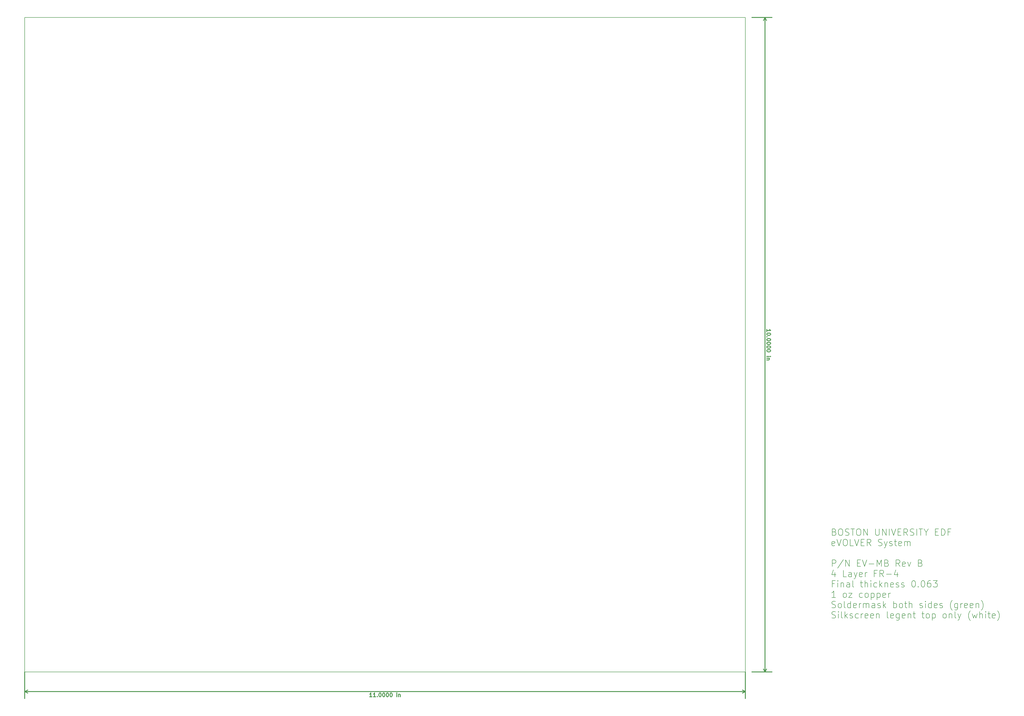
<source format=gbr>
G04 #@! TF.FileFunction,Drawing*
%FSLAX46Y46*%
G04 Gerber Fmt 4.6, Leading zero omitted, Abs format (unit mm)*
G04 Created by KiCad (PCBNEW 4.0.3+e1-6302~38~ubuntu14.04.1-stable) date Fri Aug 19 15:31:16 2016*
%MOMM*%
%LPD*%
G01*
G04 APERTURE LIST*
%ADD10C,0.100000*%
%ADD11C,0.300000*%
%ADD12C,0.203200*%
%ADD13C,0.150000*%
G04 APERTURE END LIST*
D10*
D11*
X159992858Y-280158570D02*
X159135715Y-280158570D01*
X159564287Y-280158570D02*
X159564287Y-278658570D01*
X159421430Y-278872856D01*
X159278572Y-279015713D01*
X159135715Y-279087142D01*
X161421429Y-280158570D02*
X160564286Y-280158570D01*
X160992858Y-280158570D02*
X160992858Y-278658570D01*
X160850001Y-278872856D01*
X160707143Y-279015713D01*
X160564286Y-279087142D01*
X162064286Y-280015713D02*
X162135714Y-280087142D01*
X162064286Y-280158570D01*
X161992857Y-280087142D01*
X162064286Y-280015713D01*
X162064286Y-280158570D01*
X163064286Y-278658570D02*
X163207143Y-278658570D01*
X163350000Y-278729999D01*
X163421429Y-278801428D01*
X163492858Y-278944285D01*
X163564286Y-279229999D01*
X163564286Y-279587142D01*
X163492858Y-279872856D01*
X163421429Y-280015713D01*
X163350000Y-280087142D01*
X163207143Y-280158570D01*
X163064286Y-280158570D01*
X162921429Y-280087142D01*
X162850000Y-280015713D01*
X162778572Y-279872856D01*
X162707143Y-279587142D01*
X162707143Y-279229999D01*
X162778572Y-278944285D01*
X162850000Y-278801428D01*
X162921429Y-278729999D01*
X163064286Y-278658570D01*
X164492857Y-278658570D02*
X164635714Y-278658570D01*
X164778571Y-278729999D01*
X164850000Y-278801428D01*
X164921429Y-278944285D01*
X164992857Y-279229999D01*
X164992857Y-279587142D01*
X164921429Y-279872856D01*
X164850000Y-280015713D01*
X164778571Y-280087142D01*
X164635714Y-280158570D01*
X164492857Y-280158570D01*
X164350000Y-280087142D01*
X164278571Y-280015713D01*
X164207143Y-279872856D01*
X164135714Y-279587142D01*
X164135714Y-279229999D01*
X164207143Y-278944285D01*
X164278571Y-278801428D01*
X164350000Y-278729999D01*
X164492857Y-278658570D01*
X165921428Y-278658570D02*
X166064285Y-278658570D01*
X166207142Y-278729999D01*
X166278571Y-278801428D01*
X166350000Y-278944285D01*
X166421428Y-279229999D01*
X166421428Y-279587142D01*
X166350000Y-279872856D01*
X166278571Y-280015713D01*
X166207142Y-280087142D01*
X166064285Y-280158570D01*
X165921428Y-280158570D01*
X165778571Y-280087142D01*
X165707142Y-280015713D01*
X165635714Y-279872856D01*
X165564285Y-279587142D01*
X165564285Y-279229999D01*
X165635714Y-278944285D01*
X165707142Y-278801428D01*
X165778571Y-278729999D01*
X165921428Y-278658570D01*
X167349999Y-278658570D02*
X167492856Y-278658570D01*
X167635713Y-278729999D01*
X167707142Y-278801428D01*
X167778571Y-278944285D01*
X167849999Y-279229999D01*
X167849999Y-279587142D01*
X167778571Y-279872856D01*
X167707142Y-280015713D01*
X167635713Y-280087142D01*
X167492856Y-280158570D01*
X167349999Y-280158570D01*
X167207142Y-280087142D01*
X167135713Y-280015713D01*
X167064285Y-279872856D01*
X166992856Y-279587142D01*
X166992856Y-279229999D01*
X167064285Y-278944285D01*
X167135713Y-278801428D01*
X167207142Y-278729999D01*
X167349999Y-278658570D01*
X169635713Y-280158570D02*
X169635713Y-279158570D01*
X169635713Y-278658570D02*
X169564284Y-278729999D01*
X169635713Y-278801428D01*
X169707141Y-278729999D01*
X169635713Y-278658570D01*
X169635713Y-278801428D01*
X170349999Y-279158570D02*
X170349999Y-280158570D01*
X170349999Y-279301428D02*
X170421427Y-279229999D01*
X170564285Y-279158570D01*
X170778570Y-279158570D01*
X170921427Y-279229999D01*
X170992856Y-279372856D01*
X170992856Y-280158570D01*
X25400000Y-278129999D02*
X304800000Y-278129999D01*
X25400000Y-270510000D02*
X25400000Y-280829999D01*
X304800000Y-270510000D02*
X304800000Y-280829999D01*
X304800000Y-278129999D02*
X303673496Y-278716420D01*
X304800000Y-278129999D02*
X303673496Y-277543578D01*
X25400000Y-278129999D02*
X26526504Y-278716420D01*
X25400000Y-278129999D02*
X26526504Y-277543578D01*
X313091429Y-138402858D02*
X313091429Y-137545715D01*
X313091429Y-137974287D02*
X314591429Y-137974287D01*
X314377143Y-137831430D01*
X314234286Y-137688572D01*
X314162857Y-137545715D01*
X314591429Y-139331429D02*
X314591429Y-139474286D01*
X314520000Y-139617143D01*
X314448571Y-139688572D01*
X314305714Y-139760001D01*
X314020000Y-139831429D01*
X313662857Y-139831429D01*
X313377143Y-139760001D01*
X313234286Y-139688572D01*
X313162857Y-139617143D01*
X313091429Y-139474286D01*
X313091429Y-139331429D01*
X313162857Y-139188572D01*
X313234286Y-139117143D01*
X313377143Y-139045715D01*
X313662857Y-138974286D01*
X314020000Y-138974286D01*
X314305714Y-139045715D01*
X314448571Y-139117143D01*
X314520000Y-139188572D01*
X314591429Y-139331429D01*
X313234286Y-140474286D02*
X313162857Y-140545714D01*
X313091429Y-140474286D01*
X313162857Y-140402857D01*
X313234286Y-140474286D01*
X313091429Y-140474286D01*
X314591429Y-141474286D02*
X314591429Y-141617143D01*
X314520000Y-141760000D01*
X314448571Y-141831429D01*
X314305714Y-141902858D01*
X314020000Y-141974286D01*
X313662857Y-141974286D01*
X313377143Y-141902858D01*
X313234286Y-141831429D01*
X313162857Y-141760000D01*
X313091429Y-141617143D01*
X313091429Y-141474286D01*
X313162857Y-141331429D01*
X313234286Y-141260000D01*
X313377143Y-141188572D01*
X313662857Y-141117143D01*
X314020000Y-141117143D01*
X314305714Y-141188572D01*
X314448571Y-141260000D01*
X314520000Y-141331429D01*
X314591429Y-141474286D01*
X314591429Y-142902857D02*
X314591429Y-143045714D01*
X314520000Y-143188571D01*
X314448571Y-143260000D01*
X314305714Y-143331429D01*
X314020000Y-143402857D01*
X313662857Y-143402857D01*
X313377143Y-143331429D01*
X313234286Y-143260000D01*
X313162857Y-143188571D01*
X313091429Y-143045714D01*
X313091429Y-142902857D01*
X313162857Y-142760000D01*
X313234286Y-142688571D01*
X313377143Y-142617143D01*
X313662857Y-142545714D01*
X314020000Y-142545714D01*
X314305714Y-142617143D01*
X314448571Y-142688571D01*
X314520000Y-142760000D01*
X314591429Y-142902857D01*
X314591429Y-144331428D02*
X314591429Y-144474285D01*
X314520000Y-144617142D01*
X314448571Y-144688571D01*
X314305714Y-144760000D01*
X314020000Y-144831428D01*
X313662857Y-144831428D01*
X313377143Y-144760000D01*
X313234286Y-144688571D01*
X313162857Y-144617142D01*
X313091429Y-144474285D01*
X313091429Y-144331428D01*
X313162857Y-144188571D01*
X313234286Y-144117142D01*
X313377143Y-144045714D01*
X313662857Y-143974285D01*
X314020000Y-143974285D01*
X314305714Y-144045714D01*
X314448571Y-144117142D01*
X314520000Y-144188571D01*
X314591429Y-144331428D01*
X314591429Y-145759999D02*
X314591429Y-145902856D01*
X314520000Y-146045713D01*
X314448571Y-146117142D01*
X314305714Y-146188571D01*
X314020000Y-146259999D01*
X313662857Y-146259999D01*
X313377143Y-146188571D01*
X313234286Y-146117142D01*
X313162857Y-146045713D01*
X313091429Y-145902856D01*
X313091429Y-145759999D01*
X313162857Y-145617142D01*
X313234286Y-145545713D01*
X313377143Y-145474285D01*
X313662857Y-145402856D01*
X314020000Y-145402856D01*
X314305714Y-145474285D01*
X314448571Y-145545713D01*
X314520000Y-145617142D01*
X314591429Y-145759999D01*
X313091429Y-148045713D02*
X314091429Y-148045713D01*
X314591429Y-148045713D02*
X314520000Y-147974284D01*
X314448571Y-148045713D01*
X314520000Y-148117141D01*
X314591429Y-148045713D01*
X314448571Y-148045713D01*
X314091429Y-148759999D02*
X313091429Y-148759999D01*
X313948571Y-148759999D02*
X314020000Y-148831427D01*
X314091429Y-148974285D01*
X314091429Y-149188570D01*
X314020000Y-149331427D01*
X313877143Y-149402856D01*
X313091429Y-149402856D01*
X312420000Y-16510000D02*
X312420000Y-270510000D01*
X307340000Y-16510000D02*
X315120000Y-16510000D01*
X307340000Y-270510000D02*
X315120000Y-270510000D01*
X312420000Y-270510000D02*
X311833579Y-269383496D01*
X312420000Y-270510000D02*
X313006421Y-269383496D01*
X312420000Y-16510000D02*
X311833579Y-17636504D01*
X312420000Y-16510000D02*
X313006421Y-17636504D01*
D12*
X339271429Y-216175771D02*
X339634286Y-216296724D01*
X339755238Y-216417676D01*
X339876190Y-216659581D01*
X339876190Y-217022438D01*
X339755238Y-217264343D01*
X339634286Y-217385295D01*
X339392381Y-217506248D01*
X338424762Y-217506248D01*
X338424762Y-214966248D01*
X339271429Y-214966248D01*
X339513333Y-215087200D01*
X339634286Y-215208152D01*
X339755238Y-215450057D01*
X339755238Y-215691962D01*
X339634286Y-215933867D01*
X339513333Y-216054819D01*
X339271429Y-216175771D01*
X338424762Y-216175771D01*
X341448571Y-214966248D02*
X341932381Y-214966248D01*
X342174286Y-215087200D01*
X342416190Y-215329105D01*
X342537143Y-215812914D01*
X342537143Y-216659581D01*
X342416190Y-217143390D01*
X342174286Y-217385295D01*
X341932381Y-217506248D01*
X341448571Y-217506248D01*
X341206667Y-217385295D01*
X340964762Y-217143390D01*
X340843810Y-216659581D01*
X340843810Y-215812914D01*
X340964762Y-215329105D01*
X341206667Y-215087200D01*
X341448571Y-214966248D01*
X343504762Y-217385295D02*
X343867619Y-217506248D01*
X344472381Y-217506248D01*
X344714285Y-217385295D01*
X344835238Y-217264343D01*
X344956190Y-217022438D01*
X344956190Y-216780533D01*
X344835238Y-216538629D01*
X344714285Y-216417676D01*
X344472381Y-216296724D01*
X343988571Y-216175771D01*
X343746666Y-216054819D01*
X343625714Y-215933867D01*
X343504762Y-215691962D01*
X343504762Y-215450057D01*
X343625714Y-215208152D01*
X343746666Y-215087200D01*
X343988571Y-214966248D01*
X344593333Y-214966248D01*
X344956190Y-215087200D01*
X345681905Y-214966248D02*
X347133333Y-214966248D01*
X346407619Y-217506248D02*
X346407619Y-214966248D01*
X348463809Y-214966248D02*
X348947619Y-214966248D01*
X349189524Y-215087200D01*
X349431428Y-215329105D01*
X349552381Y-215812914D01*
X349552381Y-216659581D01*
X349431428Y-217143390D01*
X349189524Y-217385295D01*
X348947619Y-217506248D01*
X348463809Y-217506248D01*
X348221905Y-217385295D01*
X347980000Y-217143390D01*
X347859048Y-216659581D01*
X347859048Y-215812914D01*
X347980000Y-215329105D01*
X348221905Y-215087200D01*
X348463809Y-214966248D01*
X350640952Y-217506248D02*
X350640952Y-214966248D01*
X352092380Y-217506248D01*
X352092380Y-214966248D01*
X355237142Y-214966248D02*
X355237142Y-217022438D01*
X355358094Y-217264343D01*
X355479047Y-217385295D01*
X355720951Y-217506248D01*
X356204761Y-217506248D01*
X356446666Y-217385295D01*
X356567618Y-217264343D01*
X356688570Y-217022438D01*
X356688570Y-214966248D01*
X357898094Y-217506248D02*
X357898094Y-214966248D01*
X359349522Y-217506248D01*
X359349522Y-214966248D01*
X360559046Y-217506248D02*
X360559046Y-214966248D01*
X361405713Y-214966248D02*
X362252379Y-217506248D01*
X363099046Y-214966248D01*
X363945713Y-216175771D02*
X364792380Y-216175771D01*
X365155237Y-217506248D02*
X363945713Y-217506248D01*
X363945713Y-214966248D01*
X365155237Y-214966248D01*
X367695236Y-217506248D02*
X366848570Y-216296724D01*
X366243808Y-217506248D02*
X366243808Y-214966248D01*
X367211427Y-214966248D01*
X367453332Y-215087200D01*
X367574284Y-215208152D01*
X367695236Y-215450057D01*
X367695236Y-215812914D01*
X367574284Y-216054819D01*
X367453332Y-216175771D01*
X367211427Y-216296724D01*
X366243808Y-216296724D01*
X368662856Y-217385295D02*
X369025713Y-217506248D01*
X369630475Y-217506248D01*
X369872379Y-217385295D01*
X369993332Y-217264343D01*
X370114284Y-217022438D01*
X370114284Y-216780533D01*
X369993332Y-216538629D01*
X369872379Y-216417676D01*
X369630475Y-216296724D01*
X369146665Y-216175771D01*
X368904760Y-216054819D01*
X368783808Y-215933867D01*
X368662856Y-215691962D01*
X368662856Y-215450057D01*
X368783808Y-215208152D01*
X368904760Y-215087200D01*
X369146665Y-214966248D01*
X369751427Y-214966248D01*
X370114284Y-215087200D01*
X371202856Y-217506248D02*
X371202856Y-214966248D01*
X372049523Y-214966248D02*
X373500951Y-214966248D01*
X372775237Y-217506248D02*
X372775237Y-214966248D01*
X374831427Y-216296724D02*
X374831427Y-217506248D01*
X373984761Y-214966248D02*
X374831427Y-216296724D01*
X375678094Y-214966248D01*
X378459999Y-216175771D02*
X379306666Y-216175771D01*
X379669523Y-217506248D02*
X378459999Y-217506248D01*
X378459999Y-214966248D01*
X379669523Y-214966248D01*
X380758094Y-217506248D02*
X380758094Y-214966248D01*
X381362856Y-214966248D01*
X381725713Y-215087200D01*
X381967618Y-215329105D01*
X382088570Y-215571010D01*
X382209522Y-216054819D01*
X382209522Y-216417676D01*
X382088570Y-216901486D01*
X381967618Y-217143390D01*
X381725713Y-217385295D01*
X381362856Y-217506248D01*
X380758094Y-217506248D01*
X384144761Y-216175771D02*
X383298094Y-216175771D01*
X383298094Y-217506248D02*
X383298094Y-214966248D01*
X384507618Y-214966248D01*
X339392381Y-221398495D02*
X339150476Y-221519448D01*
X338666667Y-221519448D01*
X338424762Y-221398495D01*
X338303810Y-221156590D01*
X338303810Y-220188971D01*
X338424762Y-219947067D01*
X338666667Y-219826114D01*
X339150476Y-219826114D01*
X339392381Y-219947067D01*
X339513333Y-220188971D01*
X339513333Y-220430876D01*
X338303810Y-220672781D01*
X340239048Y-218979448D02*
X341085714Y-221519448D01*
X341932381Y-218979448D01*
X343262857Y-218979448D02*
X343746667Y-218979448D01*
X343988572Y-219100400D01*
X344230476Y-219342305D01*
X344351429Y-219826114D01*
X344351429Y-220672781D01*
X344230476Y-221156590D01*
X343988572Y-221398495D01*
X343746667Y-221519448D01*
X343262857Y-221519448D01*
X343020953Y-221398495D01*
X342779048Y-221156590D01*
X342658096Y-220672781D01*
X342658096Y-219826114D01*
X342779048Y-219342305D01*
X343020953Y-219100400D01*
X343262857Y-218979448D01*
X346649524Y-221519448D02*
X345440000Y-221519448D01*
X345440000Y-218979448D01*
X347133333Y-218979448D02*
X347979999Y-221519448D01*
X348826666Y-218979448D01*
X349673333Y-220188971D02*
X350520000Y-220188971D01*
X350882857Y-221519448D02*
X349673333Y-221519448D01*
X349673333Y-218979448D01*
X350882857Y-218979448D01*
X353422856Y-221519448D02*
X352576190Y-220309924D01*
X351971428Y-221519448D02*
X351971428Y-218979448D01*
X352939047Y-218979448D01*
X353180952Y-219100400D01*
X353301904Y-219221352D01*
X353422856Y-219463257D01*
X353422856Y-219826114D01*
X353301904Y-220068019D01*
X353180952Y-220188971D01*
X352939047Y-220309924D01*
X351971428Y-220309924D01*
X356325714Y-221398495D02*
X356688571Y-221519448D01*
X357293333Y-221519448D01*
X357535237Y-221398495D01*
X357656190Y-221277543D01*
X357777142Y-221035638D01*
X357777142Y-220793733D01*
X357656190Y-220551829D01*
X357535237Y-220430876D01*
X357293333Y-220309924D01*
X356809523Y-220188971D01*
X356567618Y-220068019D01*
X356446666Y-219947067D01*
X356325714Y-219705162D01*
X356325714Y-219463257D01*
X356446666Y-219221352D01*
X356567618Y-219100400D01*
X356809523Y-218979448D01*
X357414285Y-218979448D01*
X357777142Y-219100400D01*
X358623809Y-219826114D02*
X359228571Y-221519448D01*
X359833333Y-219826114D02*
X359228571Y-221519448D01*
X358986666Y-222124210D01*
X358865714Y-222245162D01*
X358623809Y-222366114D01*
X360680000Y-221398495D02*
X360921904Y-221519448D01*
X361405714Y-221519448D01*
X361647619Y-221398495D01*
X361768571Y-221156590D01*
X361768571Y-221035638D01*
X361647619Y-220793733D01*
X361405714Y-220672781D01*
X361042857Y-220672781D01*
X360800952Y-220551829D01*
X360680000Y-220309924D01*
X360680000Y-220188971D01*
X360800952Y-219947067D01*
X361042857Y-219826114D01*
X361405714Y-219826114D01*
X361647619Y-219947067D01*
X362494285Y-219826114D02*
X363461904Y-219826114D01*
X362857142Y-218979448D02*
X362857142Y-221156590D01*
X362978094Y-221398495D01*
X363219999Y-221519448D01*
X363461904Y-221519448D01*
X365276190Y-221398495D02*
X365034285Y-221519448D01*
X364550476Y-221519448D01*
X364308571Y-221398495D01*
X364187619Y-221156590D01*
X364187619Y-220188971D01*
X364308571Y-219947067D01*
X364550476Y-219826114D01*
X365034285Y-219826114D01*
X365276190Y-219947067D01*
X365397142Y-220188971D01*
X365397142Y-220430876D01*
X364187619Y-220672781D01*
X366485714Y-221519448D02*
X366485714Y-219826114D01*
X366485714Y-220068019D02*
X366606666Y-219947067D01*
X366848571Y-219826114D01*
X367211428Y-219826114D01*
X367453333Y-219947067D01*
X367574285Y-220188971D01*
X367574285Y-221519448D01*
X367574285Y-220188971D02*
X367695238Y-219947067D01*
X367937142Y-219826114D01*
X368300000Y-219826114D01*
X368541904Y-219947067D01*
X368662857Y-220188971D01*
X368662857Y-221519448D01*
X338424762Y-229545848D02*
X338424762Y-227005848D01*
X339392381Y-227005848D01*
X339634286Y-227126800D01*
X339755238Y-227247752D01*
X339876190Y-227489657D01*
X339876190Y-227852514D01*
X339755238Y-228094419D01*
X339634286Y-228215371D01*
X339392381Y-228336324D01*
X338424762Y-228336324D01*
X342779048Y-226884895D02*
X340601905Y-230150610D01*
X343625714Y-229545848D02*
X343625714Y-227005848D01*
X345077142Y-229545848D01*
X345077142Y-227005848D01*
X348221904Y-228215371D02*
X349068571Y-228215371D01*
X349431428Y-229545848D02*
X348221904Y-229545848D01*
X348221904Y-227005848D01*
X349431428Y-227005848D01*
X350157142Y-227005848D02*
X351003808Y-229545848D01*
X351850475Y-227005848D01*
X352697142Y-228578229D02*
X354632380Y-228578229D01*
X355841904Y-229545848D02*
X355841904Y-227005848D01*
X356688571Y-228820133D01*
X357535237Y-227005848D01*
X357535237Y-229545848D01*
X359591428Y-228215371D02*
X359954285Y-228336324D01*
X360075237Y-228457276D01*
X360196189Y-228699181D01*
X360196189Y-229062038D01*
X360075237Y-229303943D01*
X359954285Y-229424895D01*
X359712380Y-229545848D01*
X358744761Y-229545848D01*
X358744761Y-227005848D01*
X359591428Y-227005848D01*
X359833332Y-227126800D01*
X359954285Y-227247752D01*
X360075237Y-227489657D01*
X360075237Y-227731562D01*
X359954285Y-227973467D01*
X359833332Y-228094419D01*
X359591428Y-228215371D01*
X358744761Y-228215371D01*
X364671427Y-229545848D02*
X363824761Y-228336324D01*
X363219999Y-229545848D02*
X363219999Y-227005848D01*
X364187618Y-227005848D01*
X364429523Y-227126800D01*
X364550475Y-227247752D01*
X364671427Y-227489657D01*
X364671427Y-227852514D01*
X364550475Y-228094419D01*
X364429523Y-228215371D01*
X364187618Y-228336324D01*
X363219999Y-228336324D01*
X366727618Y-229424895D02*
X366485713Y-229545848D01*
X366001904Y-229545848D01*
X365759999Y-229424895D01*
X365639047Y-229182990D01*
X365639047Y-228215371D01*
X365759999Y-227973467D01*
X366001904Y-227852514D01*
X366485713Y-227852514D01*
X366727618Y-227973467D01*
X366848570Y-228215371D01*
X366848570Y-228457276D01*
X365639047Y-228699181D01*
X367695237Y-227852514D02*
X368299999Y-229545848D01*
X368904761Y-227852514D01*
X372654285Y-228215371D02*
X373017142Y-228336324D01*
X373138094Y-228457276D01*
X373259046Y-228699181D01*
X373259046Y-229062038D01*
X373138094Y-229303943D01*
X373017142Y-229424895D01*
X372775237Y-229545848D01*
X371807618Y-229545848D01*
X371807618Y-227005848D01*
X372654285Y-227005848D01*
X372896189Y-227126800D01*
X373017142Y-227247752D01*
X373138094Y-227489657D01*
X373138094Y-227731562D01*
X373017142Y-227973467D01*
X372896189Y-228094419D01*
X372654285Y-228215371D01*
X371807618Y-228215371D01*
X339513333Y-231865714D02*
X339513333Y-233559048D01*
X338908571Y-230898095D02*
X338303810Y-232712381D01*
X339876190Y-232712381D01*
X343988572Y-233559048D02*
X342779048Y-233559048D01*
X342779048Y-231019048D01*
X345923809Y-233559048D02*
X345923809Y-232228571D01*
X345802857Y-231986667D01*
X345560952Y-231865714D01*
X345077143Y-231865714D01*
X344835238Y-231986667D01*
X345923809Y-233438095D02*
X345681905Y-233559048D01*
X345077143Y-233559048D01*
X344835238Y-233438095D01*
X344714286Y-233196190D01*
X344714286Y-232954286D01*
X344835238Y-232712381D01*
X345077143Y-232591429D01*
X345681905Y-232591429D01*
X345923809Y-232470476D01*
X346891428Y-231865714D02*
X347496190Y-233559048D01*
X348100952Y-231865714D02*
X347496190Y-233559048D01*
X347254285Y-234163810D01*
X347133333Y-234284762D01*
X346891428Y-234405714D01*
X350036190Y-233438095D02*
X349794285Y-233559048D01*
X349310476Y-233559048D01*
X349068571Y-233438095D01*
X348947619Y-233196190D01*
X348947619Y-232228571D01*
X349068571Y-231986667D01*
X349310476Y-231865714D01*
X349794285Y-231865714D01*
X350036190Y-231986667D01*
X350157142Y-232228571D01*
X350157142Y-232470476D01*
X348947619Y-232712381D01*
X351245714Y-233559048D02*
X351245714Y-231865714D01*
X351245714Y-232349524D02*
X351366666Y-232107619D01*
X351487619Y-231986667D01*
X351729523Y-231865714D01*
X351971428Y-231865714D01*
X355600000Y-232228571D02*
X354753333Y-232228571D01*
X354753333Y-233559048D02*
X354753333Y-231019048D01*
X355962857Y-231019048D01*
X358381904Y-233559048D02*
X357535238Y-232349524D01*
X356930476Y-233559048D02*
X356930476Y-231019048D01*
X357898095Y-231019048D01*
X358140000Y-231140000D01*
X358260952Y-231260952D01*
X358381904Y-231502857D01*
X358381904Y-231865714D01*
X358260952Y-232107619D01*
X358140000Y-232228571D01*
X357898095Y-232349524D01*
X356930476Y-232349524D01*
X359470476Y-232591429D02*
X361405714Y-232591429D01*
X363703809Y-231865714D02*
X363703809Y-233559048D01*
X363099047Y-230898095D02*
X362494286Y-232712381D01*
X364066666Y-232712381D01*
X339271429Y-236241771D02*
X338424762Y-236241771D01*
X338424762Y-237572248D02*
X338424762Y-235032248D01*
X339634286Y-235032248D01*
X340601905Y-237572248D02*
X340601905Y-235878914D01*
X340601905Y-235032248D02*
X340480953Y-235153200D01*
X340601905Y-235274152D01*
X340722857Y-235153200D01*
X340601905Y-235032248D01*
X340601905Y-235274152D01*
X341811429Y-235878914D02*
X341811429Y-237572248D01*
X341811429Y-236120819D02*
X341932381Y-235999867D01*
X342174286Y-235878914D01*
X342537143Y-235878914D01*
X342779048Y-235999867D01*
X342900000Y-236241771D01*
X342900000Y-237572248D01*
X345198095Y-237572248D02*
X345198095Y-236241771D01*
X345077143Y-235999867D01*
X344835238Y-235878914D01*
X344351429Y-235878914D01*
X344109524Y-235999867D01*
X345198095Y-237451295D02*
X344956191Y-237572248D01*
X344351429Y-237572248D01*
X344109524Y-237451295D01*
X343988572Y-237209390D01*
X343988572Y-236967486D01*
X344109524Y-236725581D01*
X344351429Y-236604629D01*
X344956191Y-236604629D01*
X345198095Y-236483676D01*
X346770476Y-237572248D02*
X346528571Y-237451295D01*
X346407619Y-237209390D01*
X346407619Y-235032248D01*
X349310476Y-235878914D02*
X350278095Y-235878914D01*
X349673333Y-235032248D02*
X349673333Y-237209390D01*
X349794285Y-237451295D01*
X350036190Y-237572248D01*
X350278095Y-237572248D01*
X351124762Y-237572248D02*
X351124762Y-235032248D01*
X352213333Y-237572248D02*
X352213333Y-236241771D01*
X352092381Y-235999867D01*
X351850476Y-235878914D01*
X351487619Y-235878914D01*
X351245714Y-235999867D01*
X351124762Y-236120819D01*
X353422857Y-237572248D02*
X353422857Y-235878914D01*
X353422857Y-235032248D02*
X353301905Y-235153200D01*
X353422857Y-235274152D01*
X353543809Y-235153200D01*
X353422857Y-235032248D01*
X353422857Y-235274152D01*
X355720952Y-237451295D02*
X355479048Y-237572248D01*
X354995238Y-237572248D01*
X354753333Y-237451295D01*
X354632381Y-237330343D01*
X354511429Y-237088438D01*
X354511429Y-236362724D01*
X354632381Y-236120819D01*
X354753333Y-235999867D01*
X354995238Y-235878914D01*
X355479048Y-235878914D01*
X355720952Y-235999867D01*
X356809524Y-237572248D02*
X356809524Y-235032248D01*
X357051429Y-236604629D02*
X357777143Y-237572248D01*
X357777143Y-235878914D02*
X356809524Y-236846533D01*
X358865714Y-235878914D02*
X358865714Y-237572248D01*
X358865714Y-236120819D02*
X358986666Y-235999867D01*
X359228571Y-235878914D01*
X359591428Y-235878914D01*
X359833333Y-235999867D01*
X359954285Y-236241771D01*
X359954285Y-237572248D01*
X362131428Y-237451295D02*
X361889523Y-237572248D01*
X361405714Y-237572248D01*
X361163809Y-237451295D01*
X361042857Y-237209390D01*
X361042857Y-236241771D01*
X361163809Y-235999867D01*
X361405714Y-235878914D01*
X361889523Y-235878914D01*
X362131428Y-235999867D01*
X362252380Y-236241771D01*
X362252380Y-236483676D01*
X361042857Y-236725581D01*
X363220000Y-237451295D02*
X363461904Y-237572248D01*
X363945714Y-237572248D01*
X364187619Y-237451295D01*
X364308571Y-237209390D01*
X364308571Y-237088438D01*
X364187619Y-236846533D01*
X363945714Y-236725581D01*
X363582857Y-236725581D01*
X363340952Y-236604629D01*
X363220000Y-236362724D01*
X363220000Y-236241771D01*
X363340952Y-235999867D01*
X363582857Y-235878914D01*
X363945714Y-235878914D01*
X364187619Y-235999867D01*
X365276190Y-237451295D02*
X365518094Y-237572248D01*
X366001904Y-237572248D01*
X366243809Y-237451295D01*
X366364761Y-237209390D01*
X366364761Y-237088438D01*
X366243809Y-236846533D01*
X366001904Y-236725581D01*
X365639047Y-236725581D01*
X365397142Y-236604629D01*
X365276190Y-236362724D01*
X365276190Y-236241771D01*
X365397142Y-235999867D01*
X365639047Y-235878914D01*
X366001904Y-235878914D01*
X366243809Y-235999867D01*
X369872379Y-235032248D02*
X370114284Y-235032248D01*
X370356189Y-235153200D01*
X370477141Y-235274152D01*
X370598094Y-235516057D01*
X370719046Y-235999867D01*
X370719046Y-236604629D01*
X370598094Y-237088438D01*
X370477141Y-237330343D01*
X370356189Y-237451295D01*
X370114284Y-237572248D01*
X369872379Y-237572248D01*
X369630475Y-237451295D01*
X369509522Y-237330343D01*
X369388570Y-237088438D01*
X369267618Y-236604629D01*
X369267618Y-235999867D01*
X369388570Y-235516057D01*
X369509522Y-235274152D01*
X369630475Y-235153200D01*
X369872379Y-235032248D01*
X371807618Y-237330343D02*
X371928570Y-237451295D01*
X371807618Y-237572248D01*
X371686666Y-237451295D01*
X371807618Y-237330343D01*
X371807618Y-237572248D01*
X373500951Y-235032248D02*
X373742856Y-235032248D01*
X373984761Y-235153200D01*
X374105713Y-235274152D01*
X374226666Y-235516057D01*
X374347618Y-235999867D01*
X374347618Y-236604629D01*
X374226666Y-237088438D01*
X374105713Y-237330343D01*
X373984761Y-237451295D01*
X373742856Y-237572248D01*
X373500951Y-237572248D01*
X373259047Y-237451295D01*
X373138094Y-237330343D01*
X373017142Y-237088438D01*
X372896190Y-236604629D01*
X372896190Y-235999867D01*
X373017142Y-235516057D01*
X373138094Y-235274152D01*
X373259047Y-235153200D01*
X373500951Y-235032248D01*
X376524761Y-235032248D02*
X376040952Y-235032248D01*
X375799047Y-235153200D01*
X375678095Y-235274152D01*
X375436190Y-235637010D01*
X375315238Y-236120819D01*
X375315238Y-237088438D01*
X375436190Y-237330343D01*
X375557142Y-237451295D01*
X375799047Y-237572248D01*
X376282857Y-237572248D01*
X376524761Y-237451295D01*
X376645714Y-237330343D01*
X376766666Y-237088438D01*
X376766666Y-236483676D01*
X376645714Y-236241771D01*
X376524761Y-236120819D01*
X376282857Y-235999867D01*
X375799047Y-235999867D01*
X375557142Y-236120819D01*
X375436190Y-236241771D01*
X375315238Y-236483676D01*
X377613333Y-235032248D02*
X379185714Y-235032248D01*
X378339047Y-235999867D01*
X378701905Y-235999867D01*
X378943809Y-236120819D01*
X379064762Y-236241771D01*
X379185714Y-236483676D01*
X379185714Y-237088438D01*
X379064762Y-237330343D01*
X378943809Y-237451295D01*
X378701905Y-237572248D01*
X377976190Y-237572248D01*
X377734286Y-237451295D01*
X377613333Y-237330343D01*
X339755238Y-241585448D02*
X338303810Y-241585448D01*
X339029524Y-241585448D02*
X339029524Y-239045448D01*
X338787619Y-239408305D01*
X338545714Y-239650210D01*
X338303810Y-239771162D01*
X343141905Y-241585448D02*
X342900000Y-241464495D01*
X342779048Y-241343543D01*
X342658096Y-241101638D01*
X342658096Y-240375924D01*
X342779048Y-240134019D01*
X342900000Y-240013067D01*
X343141905Y-239892114D01*
X343504762Y-239892114D01*
X343746667Y-240013067D01*
X343867619Y-240134019D01*
X343988572Y-240375924D01*
X343988572Y-241101638D01*
X343867619Y-241343543D01*
X343746667Y-241464495D01*
X343504762Y-241585448D01*
X343141905Y-241585448D01*
X344835238Y-239892114D02*
X346165714Y-239892114D01*
X344835238Y-241585448D01*
X346165714Y-241585448D01*
X350157142Y-241464495D02*
X349915238Y-241585448D01*
X349431428Y-241585448D01*
X349189523Y-241464495D01*
X349068571Y-241343543D01*
X348947619Y-241101638D01*
X348947619Y-240375924D01*
X349068571Y-240134019D01*
X349189523Y-240013067D01*
X349431428Y-239892114D01*
X349915238Y-239892114D01*
X350157142Y-240013067D01*
X351608571Y-241585448D02*
X351366666Y-241464495D01*
X351245714Y-241343543D01*
X351124762Y-241101638D01*
X351124762Y-240375924D01*
X351245714Y-240134019D01*
X351366666Y-240013067D01*
X351608571Y-239892114D01*
X351971428Y-239892114D01*
X352213333Y-240013067D01*
X352334285Y-240134019D01*
X352455238Y-240375924D01*
X352455238Y-241101638D01*
X352334285Y-241343543D01*
X352213333Y-241464495D01*
X351971428Y-241585448D01*
X351608571Y-241585448D01*
X353543809Y-239892114D02*
X353543809Y-242432114D01*
X353543809Y-240013067D02*
X353785714Y-239892114D01*
X354269523Y-239892114D01*
X354511428Y-240013067D01*
X354632380Y-240134019D01*
X354753333Y-240375924D01*
X354753333Y-241101638D01*
X354632380Y-241343543D01*
X354511428Y-241464495D01*
X354269523Y-241585448D01*
X353785714Y-241585448D01*
X353543809Y-241464495D01*
X355841904Y-239892114D02*
X355841904Y-242432114D01*
X355841904Y-240013067D02*
X356083809Y-239892114D01*
X356567618Y-239892114D01*
X356809523Y-240013067D01*
X356930475Y-240134019D01*
X357051428Y-240375924D01*
X357051428Y-241101638D01*
X356930475Y-241343543D01*
X356809523Y-241464495D01*
X356567618Y-241585448D01*
X356083809Y-241585448D01*
X355841904Y-241464495D01*
X359107618Y-241464495D02*
X358865713Y-241585448D01*
X358381904Y-241585448D01*
X358139999Y-241464495D01*
X358019047Y-241222590D01*
X358019047Y-240254971D01*
X358139999Y-240013067D01*
X358381904Y-239892114D01*
X358865713Y-239892114D01*
X359107618Y-240013067D01*
X359228570Y-240254971D01*
X359228570Y-240496876D01*
X358019047Y-240738781D01*
X360317142Y-241585448D02*
X360317142Y-239892114D01*
X360317142Y-240375924D02*
X360438094Y-240134019D01*
X360559047Y-240013067D01*
X360800951Y-239892114D01*
X361042856Y-239892114D01*
X338303810Y-245477695D02*
X338666667Y-245598648D01*
X339271429Y-245598648D01*
X339513333Y-245477695D01*
X339634286Y-245356743D01*
X339755238Y-245114838D01*
X339755238Y-244872933D01*
X339634286Y-244631029D01*
X339513333Y-244510076D01*
X339271429Y-244389124D01*
X338787619Y-244268171D01*
X338545714Y-244147219D01*
X338424762Y-244026267D01*
X338303810Y-243784362D01*
X338303810Y-243542457D01*
X338424762Y-243300552D01*
X338545714Y-243179600D01*
X338787619Y-243058648D01*
X339392381Y-243058648D01*
X339755238Y-243179600D01*
X341206667Y-245598648D02*
X340964762Y-245477695D01*
X340843810Y-245356743D01*
X340722858Y-245114838D01*
X340722858Y-244389124D01*
X340843810Y-244147219D01*
X340964762Y-244026267D01*
X341206667Y-243905314D01*
X341569524Y-243905314D01*
X341811429Y-244026267D01*
X341932381Y-244147219D01*
X342053334Y-244389124D01*
X342053334Y-245114838D01*
X341932381Y-245356743D01*
X341811429Y-245477695D01*
X341569524Y-245598648D01*
X341206667Y-245598648D01*
X343504762Y-245598648D02*
X343262857Y-245477695D01*
X343141905Y-245235790D01*
X343141905Y-243058648D01*
X345560952Y-245598648D02*
X345560952Y-243058648D01*
X345560952Y-245477695D02*
X345319048Y-245598648D01*
X344835238Y-245598648D01*
X344593333Y-245477695D01*
X344472381Y-245356743D01*
X344351429Y-245114838D01*
X344351429Y-244389124D01*
X344472381Y-244147219D01*
X344593333Y-244026267D01*
X344835238Y-243905314D01*
X345319048Y-243905314D01*
X345560952Y-244026267D01*
X347738095Y-245477695D02*
X347496190Y-245598648D01*
X347012381Y-245598648D01*
X346770476Y-245477695D01*
X346649524Y-245235790D01*
X346649524Y-244268171D01*
X346770476Y-244026267D01*
X347012381Y-243905314D01*
X347496190Y-243905314D01*
X347738095Y-244026267D01*
X347859047Y-244268171D01*
X347859047Y-244510076D01*
X346649524Y-244751981D01*
X348947619Y-245598648D02*
X348947619Y-243905314D01*
X348947619Y-244389124D02*
X349068571Y-244147219D01*
X349189524Y-244026267D01*
X349431428Y-243905314D01*
X349673333Y-243905314D01*
X350520000Y-245598648D02*
X350520000Y-243905314D01*
X350520000Y-244147219D02*
X350640952Y-244026267D01*
X350882857Y-243905314D01*
X351245714Y-243905314D01*
X351487619Y-244026267D01*
X351608571Y-244268171D01*
X351608571Y-245598648D01*
X351608571Y-244268171D02*
X351729524Y-244026267D01*
X351971428Y-243905314D01*
X352334286Y-243905314D01*
X352576190Y-244026267D01*
X352697143Y-244268171D01*
X352697143Y-245598648D01*
X354995238Y-245598648D02*
X354995238Y-244268171D01*
X354874286Y-244026267D01*
X354632381Y-243905314D01*
X354148572Y-243905314D01*
X353906667Y-244026267D01*
X354995238Y-245477695D02*
X354753334Y-245598648D01*
X354148572Y-245598648D01*
X353906667Y-245477695D01*
X353785715Y-245235790D01*
X353785715Y-244993886D01*
X353906667Y-244751981D01*
X354148572Y-244631029D01*
X354753334Y-244631029D01*
X354995238Y-244510076D01*
X356083810Y-245477695D02*
X356325714Y-245598648D01*
X356809524Y-245598648D01*
X357051429Y-245477695D01*
X357172381Y-245235790D01*
X357172381Y-245114838D01*
X357051429Y-244872933D01*
X356809524Y-244751981D01*
X356446667Y-244751981D01*
X356204762Y-244631029D01*
X356083810Y-244389124D01*
X356083810Y-244268171D01*
X356204762Y-244026267D01*
X356446667Y-243905314D01*
X356809524Y-243905314D01*
X357051429Y-244026267D01*
X358260952Y-245598648D02*
X358260952Y-243058648D01*
X358502857Y-244631029D02*
X359228571Y-245598648D01*
X359228571Y-243905314D02*
X358260952Y-244872933D01*
X362252380Y-245598648D02*
X362252380Y-243058648D01*
X362252380Y-244026267D02*
X362494285Y-243905314D01*
X362978094Y-243905314D01*
X363219999Y-244026267D01*
X363340951Y-244147219D01*
X363461904Y-244389124D01*
X363461904Y-245114838D01*
X363340951Y-245356743D01*
X363219999Y-245477695D01*
X362978094Y-245598648D01*
X362494285Y-245598648D01*
X362252380Y-245477695D01*
X364913332Y-245598648D02*
X364671427Y-245477695D01*
X364550475Y-245356743D01*
X364429523Y-245114838D01*
X364429523Y-244389124D01*
X364550475Y-244147219D01*
X364671427Y-244026267D01*
X364913332Y-243905314D01*
X365276189Y-243905314D01*
X365518094Y-244026267D01*
X365639046Y-244147219D01*
X365759999Y-244389124D01*
X365759999Y-245114838D01*
X365639046Y-245356743D01*
X365518094Y-245477695D01*
X365276189Y-245598648D01*
X364913332Y-245598648D01*
X366485713Y-243905314D02*
X367453332Y-243905314D01*
X366848570Y-243058648D02*
X366848570Y-245235790D01*
X366969522Y-245477695D01*
X367211427Y-245598648D01*
X367453332Y-245598648D01*
X368299999Y-245598648D02*
X368299999Y-243058648D01*
X369388570Y-245598648D02*
X369388570Y-244268171D01*
X369267618Y-244026267D01*
X369025713Y-243905314D01*
X368662856Y-243905314D01*
X368420951Y-244026267D01*
X368299999Y-244147219D01*
X372412380Y-245477695D02*
X372654284Y-245598648D01*
X373138094Y-245598648D01*
X373379999Y-245477695D01*
X373500951Y-245235790D01*
X373500951Y-245114838D01*
X373379999Y-244872933D01*
X373138094Y-244751981D01*
X372775237Y-244751981D01*
X372533332Y-244631029D01*
X372412380Y-244389124D01*
X372412380Y-244268171D01*
X372533332Y-244026267D01*
X372775237Y-243905314D01*
X373138094Y-243905314D01*
X373379999Y-244026267D01*
X374589522Y-245598648D02*
X374589522Y-243905314D01*
X374589522Y-243058648D02*
X374468570Y-243179600D01*
X374589522Y-243300552D01*
X374710474Y-243179600D01*
X374589522Y-243058648D01*
X374589522Y-243300552D01*
X376887617Y-245598648D02*
X376887617Y-243058648D01*
X376887617Y-245477695D02*
X376645713Y-245598648D01*
X376161903Y-245598648D01*
X375919998Y-245477695D01*
X375799046Y-245356743D01*
X375678094Y-245114838D01*
X375678094Y-244389124D01*
X375799046Y-244147219D01*
X375919998Y-244026267D01*
X376161903Y-243905314D01*
X376645713Y-243905314D01*
X376887617Y-244026267D01*
X379064760Y-245477695D02*
X378822855Y-245598648D01*
X378339046Y-245598648D01*
X378097141Y-245477695D01*
X377976189Y-245235790D01*
X377976189Y-244268171D01*
X378097141Y-244026267D01*
X378339046Y-243905314D01*
X378822855Y-243905314D01*
X379064760Y-244026267D01*
X379185712Y-244268171D01*
X379185712Y-244510076D01*
X377976189Y-244751981D01*
X380153332Y-245477695D02*
X380395236Y-245598648D01*
X380879046Y-245598648D01*
X381120951Y-245477695D01*
X381241903Y-245235790D01*
X381241903Y-245114838D01*
X381120951Y-244872933D01*
X380879046Y-244751981D01*
X380516189Y-244751981D01*
X380274284Y-244631029D01*
X380153332Y-244389124D01*
X380153332Y-244268171D01*
X380274284Y-244026267D01*
X380516189Y-243905314D01*
X380879046Y-243905314D01*
X381120951Y-244026267D01*
X384991426Y-246566267D02*
X384870474Y-246445314D01*
X384628569Y-246082457D01*
X384507617Y-245840552D01*
X384386664Y-245477695D01*
X384265712Y-244872933D01*
X384265712Y-244389124D01*
X384386664Y-243784362D01*
X384507617Y-243421505D01*
X384628569Y-243179600D01*
X384870474Y-242816743D01*
X384991426Y-242695790D01*
X387047616Y-243905314D02*
X387047616Y-245961505D01*
X386926664Y-246203410D01*
X386805712Y-246324362D01*
X386563807Y-246445314D01*
X386200950Y-246445314D01*
X385959045Y-246324362D01*
X387047616Y-245477695D02*
X386805712Y-245598648D01*
X386321902Y-245598648D01*
X386079997Y-245477695D01*
X385959045Y-245356743D01*
X385838093Y-245114838D01*
X385838093Y-244389124D01*
X385959045Y-244147219D01*
X386079997Y-244026267D01*
X386321902Y-243905314D01*
X386805712Y-243905314D01*
X387047616Y-244026267D01*
X388257140Y-245598648D02*
X388257140Y-243905314D01*
X388257140Y-244389124D02*
X388378092Y-244147219D01*
X388499045Y-244026267D01*
X388740949Y-243905314D01*
X388982854Y-243905314D01*
X390797140Y-245477695D02*
X390555235Y-245598648D01*
X390071426Y-245598648D01*
X389829521Y-245477695D01*
X389708569Y-245235790D01*
X389708569Y-244268171D01*
X389829521Y-244026267D01*
X390071426Y-243905314D01*
X390555235Y-243905314D01*
X390797140Y-244026267D01*
X390918092Y-244268171D01*
X390918092Y-244510076D01*
X389708569Y-244751981D01*
X392974283Y-245477695D02*
X392732378Y-245598648D01*
X392248569Y-245598648D01*
X392006664Y-245477695D01*
X391885712Y-245235790D01*
X391885712Y-244268171D01*
X392006664Y-244026267D01*
X392248569Y-243905314D01*
X392732378Y-243905314D01*
X392974283Y-244026267D01*
X393095235Y-244268171D01*
X393095235Y-244510076D01*
X391885712Y-244751981D01*
X394183807Y-243905314D02*
X394183807Y-245598648D01*
X394183807Y-244147219D02*
X394304759Y-244026267D01*
X394546664Y-243905314D01*
X394909521Y-243905314D01*
X395151426Y-244026267D01*
X395272378Y-244268171D01*
X395272378Y-245598648D01*
X396239997Y-246566267D02*
X396360950Y-246445314D01*
X396602854Y-246082457D01*
X396723807Y-245840552D01*
X396844759Y-245477695D01*
X396965711Y-244872933D01*
X396965711Y-244389124D01*
X396844759Y-243784362D01*
X396723807Y-243421505D01*
X396602854Y-243179600D01*
X396360950Y-242816743D01*
X396239997Y-242695790D01*
X338303810Y-249490895D02*
X338666667Y-249611848D01*
X339271429Y-249611848D01*
X339513333Y-249490895D01*
X339634286Y-249369943D01*
X339755238Y-249128038D01*
X339755238Y-248886133D01*
X339634286Y-248644229D01*
X339513333Y-248523276D01*
X339271429Y-248402324D01*
X338787619Y-248281371D01*
X338545714Y-248160419D01*
X338424762Y-248039467D01*
X338303810Y-247797562D01*
X338303810Y-247555657D01*
X338424762Y-247313752D01*
X338545714Y-247192800D01*
X338787619Y-247071848D01*
X339392381Y-247071848D01*
X339755238Y-247192800D01*
X340843810Y-249611848D02*
X340843810Y-247918514D01*
X340843810Y-247071848D02*
X340722858Y-247192800D01*
X340843810Y-247313752D01*
X340964762Y-247192800D01*
X340843810Y-247071848D01*
X340843810Y-247313752D01*
X342416191Y-249611848D02*
X342174286Y-249490895D01*
X342053334Y-249248990D01*
X342053334Y-247071848D01*
X343383810Y-249611848D02*
X343383810Y-247071848D01*
X343625715Y-248644229D02*
X344351429Y-249611848D01*
X344351429Y-247918514D02*
X343383810Y-248886133D01*
X345319048Y-249490895D02*
X345560952Y-249611848D01*
X346044762Y-249611848D01*
X346286667Y-249490895D01*
X346407619Y-249248990D01*
X346407619Y-249128038D01*
X346286667Y-248886133D01*
X346044762Y-248765181D01*
X345681905Y-248765181D01*
X345440000Y-248644229D01*
X345319048Y-248402324D01*
X345319048Y-248281371D01*
X345440000Y-248039467D01*
X345681905Y-247918514D01*
X346044762Y-247918514D01*
X346286667Y-248039467D01*
X348584761Y-249490895D02*
X348342857Y-249611848D01*
X347859047Y-249611848D01*
X347617142Y-249490895D01*
X347496190Y-249369943D01*
X347375238Y-249128038D01*
X347375238Y-248402324D01*
X347496190Y-248160419D01*
X347617142Y-248039467D01*
X347859047Y-247918514D01*
X348342857Y-247918514D01*
X348584761Y-248039467D01*
X349673333Y-249611848D02*
X349673333Y-247918514D01*
X349673333Y-248402324D02*
X349794285Y-248160419D01*
X349915238Y-248039467D01*
X350157142Y-247918514D01*
X350399047Y-247918514D01*
X352213333Y-249490895D02*
X351971428Y-249611848D01*
X351487619Y-249611848D01*
X351245714Y-249490895D01*
X351124762Y-249248990D01*
X351124762Y-248281371D01*
X351245714Y-248039467D01*
X351487619Y-247918514D01*
X351971428Y-247918514D01*
X352213333Y-248039467D01*
X352334285Y-248281371D01*
X352334285Y-248523276D01*
X351124762Y-248765181D01*
X354390476Y-249490895D02*
X354148571Y-249611848D01*
X353664762Y-249611848D01*
X353422857Y-249490895D01*
X353301905Y-249248990D01*
X353301905Y-248281371D01*
X353422857Y-248039467D01*
X353664762Y-247918514D01*
X354148571Y-247918514D01*
X354390476Y-248039467D01*
X354511428Y-248281371D01*
X354511428Y-248523276D01*
X353301905Y-248765181D01*
X355600000Y-247918514D02*
X355600000Y-249611848D01*
X355600000Y-248160419D02*
X355720952Y-248039467D01*
X355962857Y-247918514D01*
X356325714Y-247918514D01*
X356567619Y-248039467D01*
X356688571Y-248281371D01*
X356688571Y-249611848D01*
X360196190Y-249611848D02*
X359954285Y-249490895D01*
X359833333Y-249248990D01*
X359833333Y-247071848D01*
X362131428Y-249490895D02*
X361889523Y-249611848D01*
X361405714Y-249611848D01*
X361163809Y-249490895D01*
X361042857Y-249248990D01*
X361042857Y-248281371D01*
X361163809Y-248039467D01*
X361405714Y-247918514D01*
X361889523Y-247918514D01*
X362131428Y-248039467D01*
X362252380Y-248281371D01*
X362252380Y-248523276D01*
X361042857Y-248765181D01*
X364429523Y-247918514D02*
X364429523Y-249974705D01*
X364308571Y-250216610D01*
X364187619Y-250337562D01*
X363945714Y-250458514D01*
X363582857Y-250458514D01*
X363340952Y-250337562D01*
X364429523Y-249490895D02*
X364187619Y-249611848D01*
X363703809Y-249611848D01*
X363461904Y-249490895D01*
X363340952Y-249369943D01*
X363220000Y-249128038D01*
X363220000Y-248402324D01*
X363340952Y-248160419D01*
X363461904Y-248039467D01*
X363703809Y-247918514D01*
X364187619Y-247918514D01*
X364429523Y-248039467D01*
X366606666Y-249490895D02*
X366364761Y-249611848D01*
X365880952Y-249611848D01*
X365639047Y-249490895D01*
X365518095Y-249248990D01*
X365518095Y-248281371D01*
X365639047Y-248039467D01*
X365880952Y-247918514D01*
X366364761Y-247918514D01*
X366606666Y-248039467D01*
X366727618Y-248281371D01*
X366727618Y-248523276D01*
X365518095Y-248765181D01*
X367816190Y-247918514D02*
X367816190Y-249611848D01*
X367816190Y-248160419D02*
X367937142Y-248039467D01*
X368179047Y-247918514D01*
X368541904Y-247918514D01*
X368783809Y-248039467D01*
X368904761Y-248281371D01*
X368904761Y-249611848D01*
X369751428Y-247918514D02*
X370719047Y-247918514D01*
X370114285Y-247071848D02*
X370114285Y-249248990D01*
X370235237Y-249490895D01*
X370477142Y-249611848D01*
X370719047Y-249611848D01*
X373138095Y-247918514D02*
X374105714Y-247918514D01*
X373500952Y-247071848D02*
X373500952Y-249248990D01*
X373621904Y-249490895D01*
X373863809Y-249611848D01*
X374105714Y-249611848D01*
X375315238Y-249611848D02*
X375073333Y-249490895D01*
X374952381Y-249369943D01*
X374831429Y-249128038D01*
X374831429Y-248402324D01*
X374952381Y-248160419D01*
X375073333Y-248039467D01*
X375315238Y-247918514D01*
X375678095Y-247918514D01*
X375920000Y-248039467D01*
X376040952Y-248160419D01*
X376161905Y-248402324D01*
X376161905Y-249128038D01*
X376040952Y-249369943D01*
X375920000Y-249490895D01*
X375678095Y-249611848D01*
X375315238Y-249611848D01*
X377250476Y-247918514D02*
X377250476Y-250458514D01*
X377250476Y-248039467D02*
X377492381Y-247918514D01*
X377976190Y-247918514D01*
X378218095Y-248039467D01*
X378339047Y-248160419D01*
X378460000Y-248402324D01*
X378460000Y-249128038D01*
X378339047Y-249369943D01*
X378218095Y-249490895D01*
X377976190Y-249611848D01*
X377492381Y-249611848D01*
X377250476Y-249490895D01*
X381846666Y-249611848D02*
X381604761Y-249490895D01*
X381483809Y-249369943D01*
X381362857Y-249128038D01*
X381362857Y-248402324D01*
X381483809Y-248160419D01*
X381604761Y-248039467D01*
X381846666Y-247918514D01*
X382209523Y-247918514D01*
X382451428Y-248039467D01*
X382572380Y-248160419D01*
X382693333Y-248402324D01*
X382693333Y-249128038D01*
X382572380Y-249369943D01*
X382451428Y-249490895D01*
X382209523Y-249611848D01*
X381846666Y-249611848D01*
X383781904Y-247918514D02*
X383781904Y-249611848D01*
X383781904Y-248160419D02*
X383902856Y-248039467D01*
X384144761Y-247918514D01*
X384507618Y-247918514D01*
X384749523Y-248039467D01*
X384870475Y-248281371D01*
X384870475Y-249611848D01*
X386442856Y-249611848D02*
X386200951Y-249490895D01*
X386079999Y-249248990D01*
X386079999Y-247071848D01*
X387168570Y-247918514D02*
X387773332Y-249611848D01*
X388378094Y-247918514D02*
X387773332Y-249611848D01*
X387531427Y-250216610D01*
X387410475Y-250337562D01*
X387168570Y-250458514D01*
X392006665Y-250579467D02*
X391885713Y-250458514D01*
X391643808Y-250095657D01*
X391522856Y-249853752D01*
X391401903Y-249490895D01*
X391280951Y-248886133D01*
X391280951Y-248402324D01*
X391401903Y-247797562D01*
X391522856Y-247434705D01*
X391643808Y-247192800D01*
X391885713Y-246829943D01*
X392006665Y-246708990D01*
X392732379Y-247918514D02*
X393216189Y-249611848D01*
X393699998Y-248402324D01*
X394183808Y-249611848D01*
X394667617Y-247918514D01*
X395635236Y-249611848D02*
X395635236Y-247071848D01*
X396723807Y-249611848D02*
X396723807Y-248281371D01*
X396602855Y-248039467D01*
X396360950Y-247918514D01*
X395998093Y-247918514D01*
X395756188Y-248039467D01*
X395635236Y-248160419D01*
X397933331Y-249611848D02*
X397933331Y-247918514D01*
X397933331Y-247071848D02*
X397812379Y-247192800D01*
X397933331Y-247313752D01*
X398054283Y-247192800D01*
X397933331Y-247071848D01*
X397933331Y-247313752D01*
X398779998Y-247918514D02*
X399747617Y-247918514D01*
X399142855Y-247071848D02*
X399142855Y-249248990D01*
X399263807Y-249490895D01*
X399505712Y-249611848D01*
X399747617Y-249611848D01*
X401561903Y-249490895D02*
X401319998Y-249611848D01*
X400836189Y-249611848D01*
X400594284Y-249490895D01*
X400473332Y-249248990D01*
X400473332Y-248281371D01*
X400594284Y-248039467D01*
X400836189Y-247918514D01*
X401319998Y-247918514D01*
X401561903Y-248039467D01*
X401682855Y-248281371D01*
X401682855Y-248523276D01*
X400473332Y-248765181D01*
X402529522Y-250579467D02*
X402650475Y-250458514D01*
X402892379Y-250095657D01*
X403013332Y-249853752D01*
X403134284Y-249490895D01*
X403255236Y-248886133D01*
X403255236Y-248402324D01*
X403134284Y-247797562D01*
X403013332Y-247434705D01*
X402892379Y-247192800D01*
X402650475Y-246829943D01*
X402529522Y-246708990D01*
D13*
X304800000Y-16510000D02*
X304800000Y-270510000D01*
X25400000Y-16510000D02*
X25400000Y-270510000D01*
X25400000Y-270510000D02*
X304800000Y-270510000D01*
X25400000Y-16510000D02*
X304800000Y-16510000D01*
M02*

</source>
